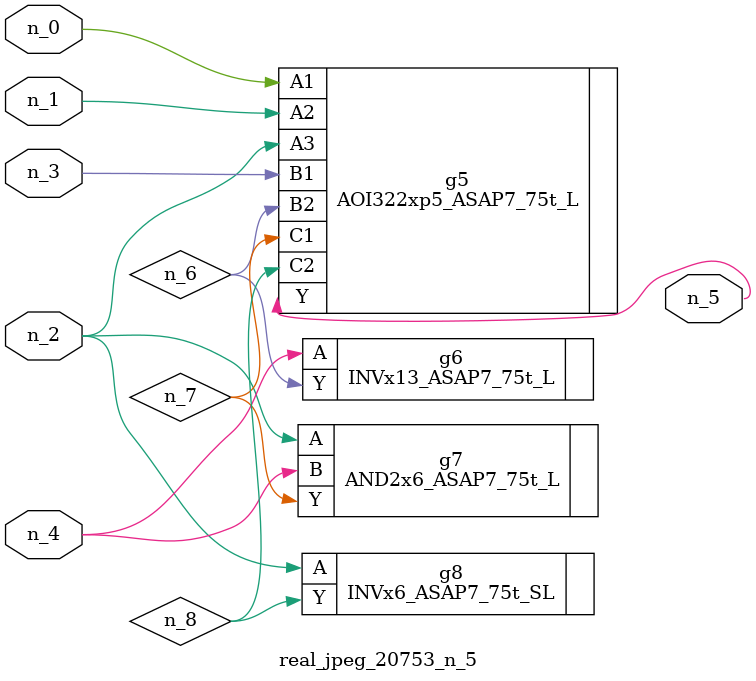
<source format=v>
module real_jpeg_20753_n_5 (n_4, n_0, n_1, n_2, n_3, n_5);

input n_4;
input n_0;
input n_1;
input n_2;
input n_3;

output n_5;

wire n_8;
wire n_6;
wire n_7;

AOI322xp5_ASAP7_75t_L g5 ( 
.A1(n_0),
.A2(n_1),
.A3(n_2),
.B1(n_3),
.B2(n_6),
.C1(n_7),
.C2(n_8),
.Y(n_5)
);

AND2x6_ASAP7_75t_L g7 ( 
.A(n_2),
.B(n_4),
.Y(n_7)
);

INVx6_ASAP7_75t_SL g8 ( 
.A(n_2),
.Y(n_8)
);

INVx13_ASAP7_75t_L g6 ( 
.A(n_4),
.Y(n_6)
);


endmodule
</source>
